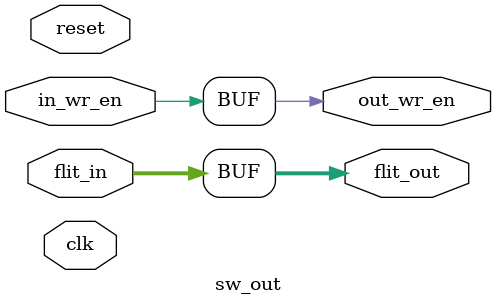
<source format=v>
/**********************************************************************
	File: switch_out.v 
	
	Copyright (C) 2013  Alireza Monemi

    This program is free software: you can redistribute it and/or modify
    it under the terms of the GNU General Public License as published by
    the Free Software Foundation, either version 3 of the License, or
    (at your option) any later version.

    This program is distributed in the hope that it will be useful,
    but WITHOUT ANY WARRANTY; without even the implied warranty of
    MERCHANTABILITY or FITNESS FOR A PARTICULAR PURPOSE.  See the
    GNU General Public License for more details.

    You should have received a copy of the GNU General Public License
    along with this program.  If not, see <http://www.gnu.org/licenses/>.
	
	
	Purpose:
	The output switch. Just connects crossbar to the router output port.
	using wire or pipeline registers. note the  the credit counter and OVC 
	status are moved to OVC status module.
	
	Info: monemi@fkegraduate.utm.my
************************************************************************/

module sw_out#(
	parameter VC_NUM_PER_PORT			=	4,
	parameter PORT_NUM					=	5,
	parameter PYLD_WIDTH 				=	32,
	parameter FLIT_TYPE_WIDTH			=	2,
	parameter SW_OUTPUT_REGISTERED	=	0, // 1: registered , 0 not registered
	parameter PORT_SEL_WIDTH			=	PORT_NUM-1,//assum that no port whants to send a packet to itself!
	parameter VC_ID_WIDTH				=	VC_NUM_PER_PORT,
	parameter FLIT_WIDTH					=	PYLD_WIDTH+ FLIT_TYPE_WIDTH+VC_ID_WIDTH
	)
	(
	input in_wr_en,
	input [FLIT_WIDTH-1		:0]	flit_in,
	
	output reg out_wr_en,
	output reg [FLIT_WIDTH-1		:0]	flit_out,
	
	input clk,
	input reset
	);
	
	generate 
		if (SW_OUTPUT_REGISTERED) begin
			always @(posedge clk or posedge reset)begin
				if(reset)begin
					out_wr_en	<=1'b0;
					flit_out		<={FLIT_WIDTH{1'b0}};
				end else begin
					out_wr_en	<=	in_wr_en;
					flit_out		<=	flit_in;
				
				end
			end//always
		end else begin 
		
			always @(*)begin
				out_wr_en	=	in_wr_en;
				flit_out		=	flit_in;
			end//always
		
		end
	endgenerate
	endmodule
	
	
</source>
